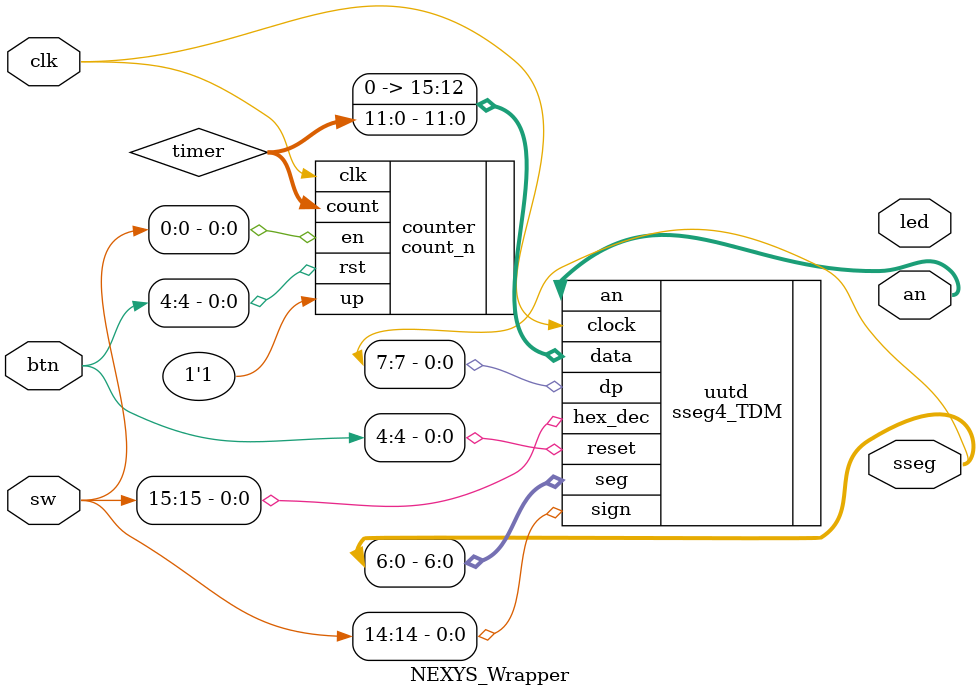
<source format=sv>
`timescale 1ns / 1ps


module NEXYS_Wrapper(
    input logic [4:0] btn,
    input logic [15:0] sw,
    input logic clk,
    output logic [15:0] led,
    output logic [7:0] sseg,
    output logic [3:0] an
    );
    
//    logic refresh_rate;
    logic [11:0] timer;
    
    sseg4_TDM uutd(
        .clock(clk),
        .reset(btn[4]),
        .data({4'b0000,timer}),
        .hex_dec(sw[15]),
        .sign(sw[14]),
        .seg(sseg[6:0]),
        .dp(sseg[7]),
        .an(an));
    
    count_n# (.N(27)) counter(
        .clk(clk),
        .rst(btn[4]),
        .en(sw[0]),
        .up(1'b1),
        .count(timer));
        
//    count_n# (.N(27)) refresh(
//        .clk(clk),
//        .rst(btn[4]),
//        .en(1'b1),
//        .up(1'b1),
//        .tic(refresh_rate));
    
endmodule

</source>
